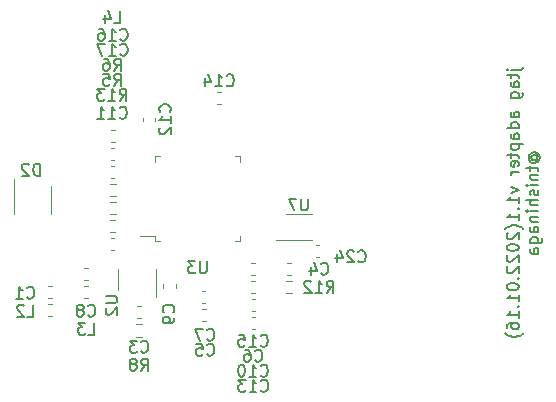
<source format=gbo>
G04 #@! TF.GenerationSoftware,KiCad,Pcbnew,(5.1.10-1-10_14)*
G04 #@! TF.CreationDate,2022-01-16T16:12:51+09:00*
G04 #@! TF.ProjectId,ft2232_jtag_tap,66743232-3332-45f6-9a74-61675f746170,rev?*
G04 #@! TF.SameCoordinates,Original*
G04 #@! TF.FileFunction,Legend,Bot*
G04 #@! TF.FilePolarity,Positive*
%FSLAX46Y46*%
G04 Gerber Fmt 4.6, Leading zero omitted, Abs format (unit mm)*
G04 Created by KiCad (PCBNEW (5.1.10-1-10_14)) date 2022-01-16 16:12:51*
%MOMM*%
%LPD*%
G01*
G04 APERTURE LIST*
%ADD10C,0.150000*%
%ADD11C,0.120000*%
G04 APERTURE END LIST*
D10*
X93448714Y-106038476D02*
X94305857Y-106038476D01*
X94401095Y-105990857D01*
X94448714Y-105895619D01*
X94448714Y-105848000D01*
X93115380Y-106038476D02*
X93163000Y-105990857D01*
X93210619Y-106038476D01*
X93163000Y-106086095D01*
X93115380Y-106038476D01*
X93210619Y-106038476D01*
X93448714Y-106371809D02*
X93448714Y-106752761D01*
X93115380Y-106514666D02*
X93972523Y-106514666D01*
X94067761Y-106562285D01*
X94115380Y-106657523D01*
X94115380Y-106752761D01*
X94115380Y-107514666D02*
X93591571Y-107514666D01*
X93496333Y-107467047D01*
X93448714Y-107371809D01*
X93448714Y-107181333D01*
X93496333Y-107086095D01*
X94067761Y-107514666D02*
X94115380Y-107419428D01*
X94115380Y-107181333D01*
X94067761Y-107086095D01*
X93972523Y-107038476D01*
X93877285Y-107038476D01*
X93782047Y-107086095D01*
X93734428Y-107181333D01*
X93734428Y-107419428D01*
X93686809Y-107514666D01*
X93448714Y-108419428D02*
X94258238Y-108419428D01*
X94353476Y-108371809D01*
X94401095Y-108324190D01*
X94448714Y-108228952D01*
X94448714Y-108086095D01*
X94401095Y-107990857D01*
X94067761Y-108419428D02*
X94115380Y-108324190D01*
X94115380Y-108133714D01*
X94067761Y-108038476D01*
X94020142Y-107990857D01*
X93924904Y-107943238D01*
X93639190Y-107943238D01*
X93543952Y-107990857D01*
X93496333Y-108038476D01*
X93448714Y-108133714D01*
X93448714Y-108324190D01*
X93496333Y-108419428D01*
X94115380Y-110086095D02*
X93591571Y-110086095D01*
X93496333Y-110038476D01*
X93448714Y-109943238D01*
X93448714Y-109752761D01*
X93496333Y-109657523D01*
X94067761Y-110086095D02*
X94115380Y-109990857D01*
X94115380Y-109752761D01*
X94067761Y-109657523D01*
X93972523Y-109609904D01*
X93877285Y-109609904D01*
X93782047Y-109657523D01*
X93734428Y-109752761D01*
X93734428Y-109990857D01*
X93686809Y-110086095D01*
X94115380Y-110990857D02*
X93115380Y-110990857D01*
X94067761Y-110990857D02*
X94115380Y-110895619D01*
X94115380Y-110705142D01*
X94067761Y-110609904D01*
X94020142Y-110562285D01*
X93924904Y-110514666D01*
X93639190Y-110514666D01*
X93543952Y-110562285D01*
X93496333Y-110609904D01*
X93448714Y-110705142D01*
X93448714Y-110895619D01*
X93496333Y-110990857D01*
X94115380Y-111895619D02*
X93591571Y-111895619D01*
X93496333Y-111848000D01*
X93448714Y-111752761D01*
X93448714Y-111562285D01*
X93496333Y-111467047D01*
X94067761Y-111895619D02*
X94115380Y-111800380D01*
X94115380Y-111562285D01*
X94067761Y-111467047D01*
X93972523Y-111419428D01*
X93877285Y-111419428D01*
X93782047Y-111467047D01*
X93734428Y-111562285D01*
X93734428Y-111800380D01*
X93686809Y-111895619D01*
X93448714Y-112371809D02*
X94448714Y-112371809D01*
X93496333Y-112371809D02*
X93448714Y-112467047D01*
X93448714Y-112657523D01*
X93496333Y-112752761D01*
X93543952Y-112800380D01*
X93639190Y-112848000D01*
X93924904Y-112848000D01*
X94020142Y-112800380D01*
X94067761Y-112752761D01*
X94115380Y-112657523D01*
X94115380Y-112467047D01*
X94067761Y-112371809D01*
X93448714Y-113133714D02*
X93448714Y-113514666D01*
X93115380Y-113276571D02*
X93972523Y-113276571D01*
X94067761Y-113324190D01*
X94115380Y-113419428D01*
X94115380Y-113514666D01*
X94067761Y-114228952D02*
X94115380Y-114133714D01*
X94115380Y-113943238D01*
X94067761Y-113848000D01*
X93972523Y-113800380D01*
X93591571Y-113800380D01*
X93496333Y-113848000D01*
X93448714Y-113943238D01*
X93448714Y-114133714D01*
X93496333Y-114228952D01*
X93591571Y-114276571D01*
X93686809Y-114276571D01*
X93782047Y-113800380D01*
X94115380Y-114705142D02*
X93448714Y-114705142D01*
X93639190Y-114705142D02*
X93543952Y-114752761D01*
X93496333Y-114800380D01*
X93448714Y-114895619D01*
X93448714Y-114990857D01*
X93448714Y-115990857D02*
X94115380Y-116228952D01*
X93448714Y-116467047D01*
X94115380Y-117371809D02*
X94115380Y-116800380D01*
X94115380Y-117086095D02*
X93115380Y-117086095D01*
X93258238Y-116990857D01*
X93353476Y-116895619D01*
X93401095Y-116800380D01*
X94020142Y-117800380D02*
X94067761Y-117847999D01*
X94115380Y-117800380D01*
X94067761Y-117752761D01*
X94020142Y-117800380D01*
X94115380Y-117800380D01*
X94115380Y-118800380D02*
X94115380Y-118228952D01*
X94115380Y-118514666D02*
X93115380Y-118514666D01*
X93258238Y-118419428D01*
X93353476Y-118324190D01*
X93401095Y-118228952D01*
X94496333Y-119514666D02*
X94448714Y-119467047D01*
X94305857Y-119371809D01*
X94210619Y-119324190D01*
X94067761Y-119276571D01*
X93829666Y-119228952D01*
X93639190Y-119228952D01*
X93401095Y-119276571D01*
X93258238Y-119324190D01*
X93163000Y-119371809D01*
X93020142Y-119467047D01*
X92972523Y-119514666D01*
X93210619Y-119847999D02*
X93163000Y-119895619D01*
X93115380Y-119990857D01*
X93115380Y-120228952D01*
X93163000Y-120324190D01*
X93210619Y-120371809D01*
X93305857Y-120419428D01*
X93401095Y-120419428D01*
X93543952Y-120371809D01*
X94115380Y-119800380D01*
X94115380Y-120419428D01*
X93115380Y-121038476D02*
X93115380Y-121133714D01*
X93163000Y-121228952D01*
X93210619Y-121276571D01*
X93305857Y-121324190D01*
X93496333Y-121371809D01*
X93734428Y-121371809D01*
X93924904Y-121324190D01*
X94020142Y-121276571D01*
X94067761Y-121228952D01*
X94115380Y-121133714D01*
X94115380Y-121038476D01*
X94067761Y-120943238D01*
X94020142Y-120895619D01*
X93924904Y-120847999D01*
X93734428Y-120800380D01*
X93496333Y-120800380D01*
X93305857Y-120847999D01*
X93210619Y-120895619D01*
X93163000Y-120943238D01*
X93115380Y-121038476D01*
X93210619Y-121752761D02*
X93163000Y-121800380D01*
X93115380Y-121895619D01*
X93115380Y-122133714D01*
X93163000Y-122228952D01*
X93210619Y-122276571D01*
X93305857Y-122324190D01*
X93401095Y-122324190D01*
X93543952Y-122276571D01*
X94115380Y-121705142D01*
X94115380Y-122324190D01*
X93210619Y-122705142D02*
X93163000Y-122752761D01*
X93115380Y-122847999D01*
X93115380Y-123086095D01*
X93163000Y-123181333D01*
X93210619Y-123228952D01*
X93305857Y-123276571D01*
X93401095Y-123276571D01*
X93543952Y-123228952D01*
X94115380Y-122657523D01*
X94115380Y-123276571D01*
X94020142Y-123705142D02*
X94067761Y-123752761D01*
X94115380Y-123705142D01*
X94067761Y-123657523D01*
X94020142Y-123705142D01*
X94115380Y-123705142D01*
X93115380Y-124371809D02*
X93115380Y-124467047D01*
X93163000Y-124562285D01*
X93210619Y-124609904D01*
X93305857Y-124657523D01*
X93496333Y-124705142D01*
X93734428Y-124705142D01*
X93924904Y-124657523D01*
X94020142Y-124609904D01*
X94067761Y-124562285D01*
X94115380Y-124467047D01*
X94115380Y-124371809D01*
X94067761Y-124276571D01*
X94020142Y-124228952D01*
X93924904Y-124181333D01*
X93734428Y-124133714D01*
X93496333Y-124133714D01*
X93305857Y-124181333D01*
X93210619Y-124228952D01*
X93163000Y-124276571D01*
X93115380Y-124371809D01*
X94115380Y-125657523D02*
X94115380Y-125086095D01*
X94115380Y-125371809D02*
X93115380Y-125371809D01*
X93258238Y-125276571D01*
X93353476Y-125181333D01*
X93401095Y-125086095D01*
X94020142Y-126086095D02*
X94067761Y-126133714D01*
X94115380Y-126086095D01*
X94067761Y-126038476D01*
X94020142Y-126086095D01*
X94115380Y-126086095D01*
X94115380Y-127086095D02*
X94115380Y-126514666D01*
X94115380Y-126800380D02*
X93115380Y-126800380D01*
X93258238Y-126705142D01*
X93353476Y-126609904D01*
X93401095Y-126514666D01*
X93115380Y-127943238D02*
X93115380Y-127752761D01*
X93163000Y-127657523D01*
X93210619Y-127609904D01*
X93353476Y-127514666D01*
X93543952Y-127467047D01*
X93924904Y-127467047D01*
X94020142Y-127514666D01*
X94067761Y-127562285D01*
X94115380Y-127657523D01*
X94115380Y-127847999D01*
X94067761Y-127943238D01*
X94020142Y-127990857D01*
X93924904Y-128038476D01*
X93686809Y-128038476D01*
X93591571Y-127990857D01*
X93543952Y-127943238D01*
X93496333Y-127847999D01*
X93496333Y-127657523D01*
X93543952Y-127562285D01*
X93591571Y-127514666D01*
X93686809Y-127467047D01*
X94496333Y-128371809D02*
X94448714Y-128419428D01*
X94305857Y-128514666D01*
X94210619Y-128562285D01*
X94067761Y-128609904D01*
X93829666Y-128657523D01*
X93639190Y-128657523D01*
X93401095Y-128609904D01*
X93258238Y-128562285D01*
X93163000Y-128514666D01*
X93020142Y-128419428D01*
X92972523Y-128371809D01*
X95289190Y-113681333D02*
X95241571Y-113633714D01*
X95193952Y-113538476D01*
X95193952Y-113443238D01*
X95241571Y-113348000D01*
X95289190Y-113300380D01*
X95384428Y-113252761D01*
X95479666Y-113252761D01*
X95574904Y-113300380D01*
X95622523Y-113348000D01*
X95670142Y-113443238D01*
X95670142Y-113538476D01*
X95622523Y-113633714D01*
X95574904Y-113681333D01*
X95193952Y-113681333D02*
X95574904Y-113681333D01*
X95622523Y-113728952D01*
X95622523Y-113776571D01*
X95574904Y-113871809D01*
X95479666Y-113919428D01*
X95241571Y-113919428D01*
X95098714Y-113824190D01*
X95003476Y-113681333D01*
X94955857Y-113490857D01*
X95003476Y-113300380D01*
X95098714Y-113157523D01*
X95241571Y-113062285D01*
X95432047Y-113014666D01*
X95622523Y-113062285D01*
X95765380Y-113157523D01*
X95860619Y-113300380D01*
X95908238Y-113490857D01*
X95860619Y-113681333D01*
X95765380Y-113824190D01*
X95098714Y-114205142D02*
X95098714Y-114586095D01*
X94765380Y-114348000D02*
X95622523Y-114348000D01*
X95717761Y-114395619D01*
X95765380Y-114490857D01*
X95765380Y-114586095D01*
X95098714Y-114919428D02*
X95765380Y-114919428D01*
X95193952Y-114919428D02*
X95146333Y-114967047D01*
X95098714Y-115062285D01*
X95098714Y-115205142D01*
X95146333Y-115300380D01*
X95241571Y-115348000D01*
X95765380Y-115348000D01*
X95765380Y-115824190D02*
X95098714Y-115824190D01*
X94765380Y-115824190D02*
X94813000Y-115776571D01*
X94860619Y-115824190D01*
X94813000Y-115871809D01*
X94765380Y-115824190D01*
X94860619Y-115824190D01*
X95717761Y-116252761D02*
X95765380Y-116348000D01*
X95765380Y-116538476D01*
X95717761Y-116633714D01*
X95622523Y-116681333D01*
X95574904Y-116681333D01*
X95479666Y-116633714D01*
X95432047Y-116538476D01*
X95432047Y-116395619D01*
X95384428Y-116300380D01*
X95289190Y-116252761D01*
X95241571Y-116252761D01*
X95146333Y-116300380D01*
X95098714Y-116395619D01*
X95098714Y-116538476D01*
X95146333Y-116633714D01*
X95765380Y-117109904D02*
X94765380Y-117109904D01*
X95765380Y-117538476D02*
X95241571Y-117538476D01*
X95146333Y-117490857D01*
X95098714Y-117395619D01*
X95098714Y-117252761D01*
X95146333Y-117157523D01*
X95193952Y-117109904D01*
X95765380Y-118014666D02*
X95098714Y-118014666D01*
X94765380Y-118014666D02*
X94813000Y-117967047D01*
X94860619Y-118014666D01*
X94813000Y-118062285D01*
X94765380Y-118014666D01*
X94860619Y-118014666D01*
X95098714Y-118490857D02*
X95765380Y-118490857D01*
X95193952Y-118490857D02*
X95146333Y-118538476D01*
X95098714Y-118633714D01*
X95098714Y-118776571D01*
X95146333Y-118871809D01*
X95241571Y-118919428D01*
X95765380Y-118919428D01*
X95765380Y-119824190D02*
X95241571Y-119824190D01*
X95146333Y-119776571D01*
X95098714Y-119681333D01*
X95098714Y-119490857D01*
X95146333Y-119395619D01*
X95717761Y-119824190D02*
X95765380Y-119728952D01*
X95765380Y-119490857D01*
X95717761Y-119395619D01*
X95622523Y-119348000D01*
X95527285Y-119348000D01*
X95432047Y-119395619D01*
X95384428Y-119490857D01*
X95384428Y-119728952D01*
X95336809Y-119824190D01*
X95098714Y-120728952D02*
X95908238Y-120728952D01*
X96003476Y-120681333D01*
X96051095Y-120633714D01*
X96098714Y-120538476D01*
X96098714Y-120395619D01*
X96051095Y-120300380D01*
X95717761Y-120728952D02*
X95765380Y-120633714D01*
X95765380Y-120443238D01*
X95717761Y-120348000D01*
X95670142Y-120300380D01*
X95574904Y-120252761D01*
X95289190Y-120252761D01*
X95193952Y-120300380D01*
X95146333Y-120348000D01*
X95098714Y-120443238D01*
X95098714Y-120633714D01*
X95146333Y-120728952D01*
X95765380Y-121633714D02*
X95241571Y-121633714D01*
X95146333Y-121586095D01*
X95098714Y-121490857D01*
X95098714Y-121300380D01*
X95146333Y-121205142D01*
X95717761Y-121633714D02*
X95765380Y-121538476D01*
X95765380Y-121300380D01*
X95717761Y-121205142D01*
X95622523Y-121157523D01*
X95527285Y-121157523D01*
X95432047Y-121205142D01*
X95384428Y-121300380D01*
X95384428Y-121538476D01*
X95336809Y-121633714D01*
D11*
X76582000Y-118228000D02*
X74382000Y-118228000D01*
X76582000Y-120428000D02*
X73582000Y-120428000D01*
X76959420Y-121868000D02*
X77240580Y-121868000D01*
X76959420Y-120848000D02*
X77240580Y-120848000D01*
X68880580Y-107920000D02*
X68599420Y-107920000D01*
X68880580Y-108940000D02*
X68599420Y-108940000D01*
X63310000Y-120140000D02*
X62020000Y-120140000D01*
X63310000Y-120590000D02*
X63310000Y-120140000D01*
X63760000Y-120590000D02*
X63310000Y-120590000D01*
X70530000Y-120590000D02*
X70530000Y-120140000D01*
X70080000Y-120590000D02*
X70530000Y-120590000D01*
X63310000Y-113370000D02*
X63310000Y-113820000D01*
X63760000Y-113370000D02*
X63310000Y-113370000D01*
X70530000Y-113370000D02*
X70530000Y-113820000D01*
X70080000Y-113370000D02*
X70530000Y-113370000D01*
X63420000Y-122880000D02*
X63420000Y-125330000D01*
X60200000Y-124680000D02*
X60200000Y-122880000D01*
X59967258Y-119802500D02*
X59492742Y-119802500D01*
X59967258Y-118757500D02*
X59492742Y-118757500D01*
X74897258Y-124942500D02*
X74422742Y-124942500D01*
X74897258Y-123897500D02*
X74422742Y-123897500D01*
X59902779Y-112170000D02*
X59577221Y-112170000D01*
X59902779Y-111150000D02*
X59577221Y-111150000D01*
X62227258Y-127597500D02*
X61752742Y-127597500D01*
X62227258Y-128642500D02*
X61752742Y-128642500D01*
X59977258Y-115717500D02*
X59502742Y-115717500D01*
X59977258Y-116762500D02*
X59502742Y-116762500D01*
X59977258Y-117237500D02*
X59502742Y-117237500D01*
X59977258Y-118282500D02*
X59502742Y-118282500D01*
X57652779Y-124320000D02*
X57327221Y-124320000D01*
X57652779Y-125340000D02*
X57327221Y-125340000D01*
X54612779Y-125860000D02*
X54287221Y-125860000D01*
X54612779Y-126880000D02*
X54287221Y-126880000D01*
X54480000Y-115890000D02*
X54480000Y-118290000D01*
X51380000Y-118290000D02*
X51380000Y-115340000D01*
X59880580Y-114200000D02*
X59599420Y-114200000D01*
X59880580Y-115220000D02*
X59599420Y-115220000D01*
X59880580Y-112670000D02*
X59599420Y-112670000D01*
X59880580Y-113690000D02*
X59599420Y-113690000D01*
X71479420Y-123400000D02*
X71760580Y-123400000D01*
X71479420Y-122380000D02*
X71760580Y-122380000D01*
X71493420Y-127976000D02*
X71774580Y-127976000D01*
X71493420Y-126956000D02*
X71774580Y-126956000D01*
X63290000Y-110390580D02*
X63290000Y-110109420D01*
X62270000Y-110390580D02*
X62270000Y-110109420D01*
X59870580Y-120290000D02*
X59589420Y-120290000D01*
X59870580Y-121310000D02*
X59589420Y-121310000D01*
X71493420Y-126456000D02*
X71774580Y-126456000D01*
X71493420Y-125436000D02*
X71774580Y-125436000D01*
X64040000Y-124229420D02*
X64040000Y-124510580D01*
X65060000Y-124229420D02*
X65060000Y-124510580D01*
X57630580Y-122800000D02*
X57349420Y-122800000D01*
X57630580Y-123820000D02*
X57349420Y-123820000D01*
X67590580Y-124790000D02*
X67309420Y-124790000D01*
X67590580Y-125810000D02*
X67309420Y-125810000D01*
X71479420Y-124920000D02*
X71760580Y-124920000D01*
X71479420Y-123900000D02*
X71760580Y-123900000D01*
X67600580Y-126310000D02*
X67319420Y-126310000D01*
X67600580Y-127330000D02*
X67319420Y-127330000D01*
X74800580Y-122380000D02*
X74519420Y-122380000D01*
X74800580Y-123400000D02*
X74519420Y-123400000D01*
X61829420Y-127070000D02*
X62110580Y-127070000D01*
X61829420Y-126050000D02*
X62110580Y-126050000D01*
X54299420Y-125340000D02*
X54580580Y-125340000D01*
X54299420Y-124320000D02*
X54580580Y-124320000D01*
D10*
X76243904Y-116952380D02*
X76243904Y-117761904D01*
X76196285Y-117857142D01*
X76148666Y-117904761D01*
X76053428Y-117952380D01*
X75862952Y-117952380D01*
X75767714Y-117904761D01*
X75720095Y-117857142D01*
X75672476Y-117761904D01*
X75672476Y-116952380D01*
X75291523Y-116952380D02*
X74624857Y-116952380D01*
X75053428Y-117952380D01*
X80542857Y-122257142D02*
X80590476Y-122304761D01*
X80733333Y-122352380D01*
X80828571Y-122352380D01*
X80971428Y-122304761D01*
X81066666Y-122209523D01*
X81114285Y-122114285D01*
X81161904Y-121923809D01*
X81161904Y-121780952D01*
X81114285Y-121590476D01*
X81066666Y-121495238D01*
X80971428Y-121400000D01*
X80828571Y-121352380D01*
X80733333Y-121352380D01*
X80590476Y-121400000D01*
X80542857Y-121447619D01*
X80161904Y-121447619D02*
X80114285Y-121400000D01*
X80019047Y-121352380D01*
X79780952Y-121352380D01*
X79685714Y-121400000D01*
X79638095Y-121447619D01*
X79590476Y-121542857D01*
X79590476Y-121638095D01*
X79638095Y-121780952D01*
X80209523Y-122352380D01*
X79590476Y-122352380D01*
X78733333Y-121685714D02*
X78733333Y-122352380D01*
X78971428Y-121304761D02*
X79209523Y-122019047D01*
X78590476Y-122019047D01*
X69382857Y-107357142D02*
X69430476Y-107404761D01*
X69573333Y-107452380D01*
X69668571Y-107452380D01*
X69811428Y-107404761D01*
X69906666Y-107309523D01*
X69954285Y-107214285D01*
X70001904Y-107023809D01*
X70001904Y-106880952D01*
X69954285Y-106690476D01*
X69906666Y-106595238D01*
X69811428Y-106500000D01*
X69668571Y-106452380D01*
X69573333Y-106452380D01*
X69430476Y-106500000D01*
X69382857Y-106547619D01*
X68430476Y-107452380D02*
X69001904Y-107452380D01*
X68716190Y-107452380D02*
X68716190Y-106452380D01*
X68811428Y-106595238D01*
X68906666Y-106690476D01*
X69001904Y-106738095D01*
X67573333Y-106785714D02*
X67573333Y-107452380D01*
X67811428Y-106404761D02*
X68049523Y-107119047D01*
X67430476Y-107119047D01*
X67681904Y-122282380D02*
X67681904Y-123091904D01*
X67634285Y-123187142D01*
X67586666Y-123234761D01*
X67491428Y-123282380D01*
X67300952Y-123282380D01*
X67205714Y-123234761D01*
X67158095Y-123187142D01*
X67110476Y-123091904D01*
X67110476Y-122282380D01*
X66729523Y-122282380D02*
X66110476Y-122282380D01*
X66443809Y-122663333D01*
X66300952Y-122663333D01*
X66205714Y-122710952D01*
X66158095Y-122758571D01*
X66110476Y-122853809D01*
X66110476Y-123091904D01*
X66158095Y-123187142D01*
X66205714Y-123234761D01*
X66300952Y-123282380D01*
X66586666Y-123282380D01*
X66681904Y-123234761D01*
X66729523Y-123187142D01*
X59142380Y-125222095D02*
X59951904Y-125222095D01*
X60047142Y-125269714D01*
X60094761Y-125317333D01*
X60142380Y-125412571D01*
X60142380Y-125603047D01*
X60094761Y-125698285D01*
X60047142Y-125745904D01*
X59951904Y-125793523D01*
X59142380Y-125793523D01*
X59237619Y-126222095D02*
X59190000Y-126269714D01*
X59142380Y-126364952D01*
X59142380Y-126603047D01*
X59190000Y-126698285D01*
X59237619Y-126745904D01*
X59332857Y-126793523D01*
X59428095Y-126793523D01*
X59570952Y-126745904D01*
X60142380Y-126174476D01*
X60142380Y-126793523D01*
X60332857Y-108656380D02*
X60666190Y-108180190D01*
X60904285Y-108656380D02*
X60904285Y-107656380D01*
X60523333Y-107656380D01*
X60428095Y-107704000D01*
X60380476Y-107751619D01*
X60332857Y-107846857D01*
X60332857Y-107989714D01*
X60380476Y-108084952D01*
X60428095Y-108132571D01*
X60523333Y-108180190D01*
X60904285Y-108180190D01*
X59380476Y-108656380D02*
X59951904Y-108656380D01*
X59666190Y-108656380D02*
X59666190Y-107656380D01*
X59761428Y-107799238D01*
X59856666Y-107894476D01*
X59951904Y-107942095D01*
X59047142Y-107656380D02*
X58428095Y-107656380D01*
X58761428Y-108037333D01*
X58618571Y-108037333D01*
X58523333Y-108084952D01*
X58475714Y-108132571D01*
X58428095Y-108227809D01*
X58428095Y-108465904D01*
X58475714Y-108561142D01*
X58523333Y-108608761D01*
X58618571Y-108656380D01*
X58904285Y-108656380D01*
X58999523Y-108608761D01*
X59047142Y-108561142D01*
X77858857Y-124912380D02*
X78192190Y-124436190D01*
X78430285Y-124912380D02*
X78430285Y-123912380D01*
X78049333Y-123912380D01*
X77954095Y-123960000D01*
X77906476Y-124007619D01*
X77858857Y-124102857D01*
X77858857Y-124245714D01*
X77906476Y-124340952D01*
X77954095Y-124388571D01*
X78049333Y-124436190D01*
X78430285Y-124436190D01*
X76906476Y-124912380D02*
X77477904Y-124912380D01*
X77192190Y-124912380D02*
X77192190Y-123912380D01*
X77287428Y-124055238D01*
X77382666Y-124150476D01*
X77477904Y-124198095D01*
X76525523Y-124007619D02*
X76477904Y-123960000D01*
X76382666Y-123912380D01*
X76144571Y-123912380D01*
X76049333Y-123960000D01*
X76001714Y-124007619D01*
X75954095Y-124102857D01*
X75954095Y-124198095D01*
X76001714Y-124340952D01*
X76573142Y-124912380D01*
X75954095Y-124912380D01*
X59856666Y-102052380D02*
X60332857Y-102052380D01*
X60332857Y-101052380D01*
X59094761Y-101385714D02*
X59094761Y-102052380D01*
X59332857Y-101004761D02*
X59570952Y-101719047D01*
X58951904Y-101719047D01*
X62142666Y-131516380D02*
X62476000Y-131040190D01*
X62714095Y-131516380D02*
X62714095Y-130516380D01*
X62333142Y-130516380D01*
X62237904Y-130564000D01*
X62190285Y-130611619D01*
X62142666Y-130706857D01*
X62142666Y-130849714D01*
X62190285Y-130944952D01*
X62237904Y-130992571D01*
X62333142Y-131040190D01*
X62714095Y-131040190D01*
X61571238Y-130944952D02*
X61666476Y-130897333D01*
X61714095Y-130849714D01*
X61761714Y-130754476D01*
X61761714Y-130706857D01*
X61714095Y-130611619D01*
X61666476Y-130564000D01*
X61571238Y-130516380D01*
X61380761Y-130516380D01*
X61285523Y-130564000D01*
X61237904Y-130611619D01*
X61190285Y-130706857D01*
X61190285Y-130754476D01*
X61237904Y-130849714D01*
X61285523Y-130897333D01*
X61380761Y-130944952D01*
X61571238Y-130944952D01*
X61666476Y-130992571D01*
X61714095Y-131040190D01*
X61761714Y-131135428D01*
X61761714Y-131325904D01*
X61714095Y-131421142D01*
X61666476Y-131468761D01*
X61571238Y-131516380D01*
X61380761Y-131516380D01*
X61285523Y-131468761D01*
X61237904Y-131421142D01*
X61190285Y-131325904D01*
X61190285Y-131135428D01*
X61237904Y-131040190D01*
X61285523Y-130992571D01*
X61380761Y-130944952D01*
X59856666Y-106116380D02*
X60190000Y-105640190D01*
X60428095Y-106116380D02*
X60428095Y-105116380D01*
X60047142Y-105116380D01*
X59951904Y-105164000D01*
X59904285Y-105211619D01*
X59856666Y-105306857D01*
X59856666Y-105449714D01*
X59904285Y-105544952D01*
X59951904Y-105592571D01*
X60047142Y-105640190D01*
X60428095Y-105640190D01*
X58999523Y-105116380D02*
X59190000Y-105116380D01*
X59285238Y-105164000D01*
X59332857Y-105211619D01*
X59428095Y-105354476D01*
X59475714Y-105544952D01*
X59475714Y-105925904D01*
X59428095Y-106021142D01*
X59380476Y-106068761D01*
X59285238Y-106116380D01*
X59094761Y-106116380D01*
X58999523Y-106068761D01*
X58951904Y-106021142D01*
X58904285Y-105925904D01*
X58904285Y-105687809D01*
X58951904Y-105592571D01*
X58999523Y-105544952D01*
X59094761Y-105497333D01*
X59285238Y-105497333D01*
X59380476Y-105544952D01*
X59428095Y-105592571D01*
X59475714Y-105687809D01*
X59856666Y-107386380D02*
X60190000Y-106910190D01*
X60428095Y-107386380D02*
X60428095Y-106386380D01*
X60047142Y-106386380D01*
X59951904Y-106434000D01*
X59904285Y-106481619D01*
X59856666Y-106576857D01*
X59856666Y-106719714D01*
X59904285Y-106814952D01*
X59951904Y-106862571D01*
X60047142Y-106910190D01*
X60428095Y-106910190D01*
X58951904Y-106386380D02*
X59428095Y-106386380D01*
X59475714Y-106862571D01*
X59428095Y-106814952D01*
X59332857Y-106767333D01*
X59094761Y-106767333D01*
X58999523Y-106814952D01*
X58951904Y-106862571D01*
X58904285Y-106957809D01*
X58904285Y-107195904D01*
X58951904Y-107291142D01*
X58999523Y-107338761D01*
X59094761Y-107386380D01*
X59332857Y-107386380D01*
X59428095Y-107338761D01*
X59475714Y-107291142D01*
X57656666Y-128468380D02*
X58132857Y-128468380D01*
X58132857Y-127468380D01*
X57418571Y-127468380D02*
X56799523Y-127468380D01*
X57132857Y-127849333D01*
X56990000Y-127849333D01*
X56894761Y-127896952D01*
X56847142Y-127944571D01*
X56799523Y-128039809D01*
X56799523Y-128277904D01*
X56847142Y-128373142D01*
X56894761Y-128420761D01*
X56990000Y-128468380D01*
X57275714Y-128468380D01*
X57370952Y-128420761D01*
X57418571Y-128373142D01*
X52490666Y-126944380D02*
X52966857Y-126944380D01*
X52966857Y-125944380D01*
X52204952Y-126039619D02*
X52157333Y-125992000D01*
X52062095Y-125944380D01*
X51824000Y-125944380D01*
X51728761Y-125992000D01*
X51681142Y-126039619D01*
X51633523Y-126134857D01*
X51633523Y-126230095D01*
X51681142Y-126372952D01*
X52252571Y-126944380D01*
X51633523Y-126944380D01*
X53570095Y-115006380D02*
X53570095Y-114006380D01*
X53332000Y-114006380D01*
X53189142Y-114054000D01*
X53093904Y-114149238D01*
X53046285Y-114244476D01*
X52998666Y-114434952D01*
X52998666Y-114577809D01*
X53046285Y-114768285D01*
X53093904Y-114863523D01*
X53189142Y-114958761D01*
X53332000Y-115006380D01*
X53570095Y-115006380D01*
X52617714Y-114101619D02*
X52570095Y-114054000D01*
X52474857Y-114006380D01*
X52236761Y-114006380D01*
X52141523Y-114054000D01*
X52093904Y-114101619D01*
X52046285Y-114196857D01*
X52046285Y-114292095D01*
X52093904Y-114434952D01*
X52665333Y-115006380D01*
X52046285Y-115006380D01*
X60382857Y-104751142D02*
X60430476Y-104798761D01*
X60573333Y-104846380D01*
X60668571Y-104846380D01*
X60811428Y-104798761D01*
X60906666Y-104703523D01*
X60954285Y-104608285D01*
X61001904Y-104417809D01*
X61001904Y-104274952D01*
X60954285Y-104084476D01*
X60906666Y-103989238D01*
X60811428Y-103894000D01*
X60668571Y-103846380D01*
X60573333Y-103846380D01*
X60430476Y-103894000D01*
X60382857Y-103941619D01*
X59430476Y-104846380D02*
X60001904Y-104846380D01*
X59716190Y-104846380D02*
X59716190Y-103846380D01*
X59811428Y-103989238D01*
X59906666Y-104084476D01*
X60001904Y-104132095D01*
X59097142Y-103846380D02*
X58430476Y-103846380D01*
X58859047Y-104846380D01*
X60382857Y-103481142D02*
X60430476Y-103528761D01*
X60573333Y-103576380D01*
X60668571Y-103576380D01*
X60811428Y-103528761D01*
X60906666Y-103433523D01*
X60954285Y-103338285D01*
X61001904Y-103147809D01*
X61001904Y-103004952D01*
X60954285Y-102814476D01*
X60906666Y-102719238D01*
X60811428Y-102624000D01*
X60668571Y-102576380D01*
X60573333Y-102576380D01*
X60430476Y-102624000D01*
X60382857Y-102671619D01*
X59430476Y-103576380D02*
X60001904Y-103576380D01*
X59716190Y-103576380D02*
X59716190Y-102576380D01*
X59811428Y-102719238D01*
X59906666Y-102814476D01*
X60001904Y-102862095D01*
X58573333Y-102576380D02*
X58763809Y-102576380D01*
X58859047Y-102624000D01*
X58906666Y-102671619D01*
X59001904Y-102814476D01*
X59049523Y-103004952D01*
X59049523Y-103385904D01*
X59001904Y-103481142D01*
X58954285Y-103528761D01*
X58859047Y-103576380D01*
X58668571Y-103576380D01*
X58573333Y-103528761D01*
X58525714Y-103481142D01*
X58478095Y-103385904D01*
X58478095Y-103147809D01*
X58525714Y-103052571D01*
X58573333Y-103004952D01*
X58668571Y-102957333D01*
X58859047Y-102957333D01*
X58954285Y-103004952D01*
X59001904Y-103052571D01*
X59049523Y-103147809D01*
X72262857Y-129389142D02*
X72310476Y-129436761D01*
X72453333Y-129484380D01*
X72548571Y-129484380D01*
X72691428Y-129436761D01*
X72786666Y-129341523D01*
X72834285Y-129246285D01*
X72881904Y-129055809D01*
X72881904Y-128912952D01*
X72834285Y-128722476D01*
X72786666Y-128627238D01*
X72691428Y-128532000D01*
X72548571Y-128484380D01*
X72453333Y-128484380D01*
X72310476Y-128532000D01*
X72262857Y-128579619D01*
X71310476Y-129484380D02*
X71881904Y-129484380D01*
X71596190Y-129484380D02*
X71596190Y-128484380D01*
X71691428Y-128627238D01*
X71786666Y-128722476D01*
X71881904Y-128770095D01*
X70405714Y-128484380D02*
X70881904Y-128484380D01*
X70929523Y-128960571D01*
X70881904Y-128912952D01*
X70786666Y-128865333D01*
X70548571Y-128865333D01*
X70453333Y-128912952D01*
X70405714Y-128960571D01*
X70358095Y-129055809D01*
X70358095Y-129293904D01*
X70405714Y-129389142D01*
X70453333Y-129436761D01*
X70548571Y-129484380D01*
X70786666Y-129484380D01*
X70881904Y-129436761D01*
X70929523Y-129389142D01*
X72276857Y-133199142D02*
X72324476Y-133246761D01*
X72467333Y-133294380D01*
X72562571Y-133294380D01*
X72705428Y-133246761D01*
X72800666Y-133151523D01*
X72848285Y-133056285D01*
X72895904Y-132865809D01*
X72895904Y-132722952D01*
X72848285Y-132532476D01*
X72800666Y-132437238D01*
X72705428Y-132342000D01*
X72562571Y-132294380D01*
X72467333Y-132294380D01*
X72324476Y-132342000D01*
X72276857Y-132389619D01*
X71324476Y-133294380D02*
X71895904Y-133294380D01*
X71610190Y-133294380D02*
X71610190Y-132294380D01*
X71705428Y-132437238D01*
X71800666Y-132532476D01*
X71895904Y-132580095D01*
X70991142Y-132294380D02*
X70372095Y-132294380D01*
X70705428Y-132675333D01*
X70562571Y-132675333D01*
X70467333Y-132722952D01*
X70419714Y-132770571D01*
X70372095Y-132865809D01*
X70372095Y-133103904D01*
X70419714Y-133199142D01*
X70467333Y-133246761D01*
X70562571Y-133294380D01*
X70848285Y-133294380D01*
X70943523Y-133246761D01*
X70991142Y-133199142D01*
X64567142Y-109607142D02*
X64614761Y-109559523D01*
X64662380Y-109416666D01*
X64662380Y-109321428D01*
X64614761Y-109178571D01*
X64519523Y-109083333D01*
X64424285Y-109035714D01*
X64233809Y-108988095D01*
X64090952Y-108988095D01*
X63900476Y-109035714D01*
X63805238Y-109083333D01*
X63710000Y-109178571D01*
X63662380Y-109321428D01*
X63662380Y-109416666D01*
X63710000Y-109559523D01*
X63757619Y-109607142D01*
X64662380Y-110559523D02*
X64662380Y-109988095D01*
X64662380Y-110273809D02*
X63662380Y-110273809D01*
X63805238Y-110178571D01*
X63900476Y-110083333D01*
X63948095Y-109988095D01*
X63757619Y-110940476D02*
X63710000Y-110988095D01*
X63662380Y-111083333D01*
X63662380Y-111321428D01*
X63710000Y-111416666D01*
X63757619Y-111464285D01*
X63852857Y-111511904D01*
X63948095Y-111511904D01*
X64090952Y-111464285D01*
X64662380Y-110892857D01*
X64662380Y-111511904D01*
X60332857Y-110085142D02*
X60380476Y-110132761D01*
X60523333Y-110180380D01*
X60618571Y-110180380D01*
X60761428Y-110132761D01*
X60856666Y-110037523D01*
X60904285Y-109942285D01*
X60951904Y-109751809D01*
X60951904Y-109608952D01*
X60904285Y-109418476D01*
X60856666Y-109323238D01*
X60761428Y-109228000D01*
X60618571Y-109180380D01*
X60523333Y-109180380D01*
X60380476Y-109228000D01*
X60332857Y-109275619D01*
X59380476Y-110180380D02*
X59951904Y-110180380D01*
X59666190Y-110180380D02*
X59666190Y-109180380D01*
X59761428Y-109323238D01*
X59856666Y-109418476D01*
X59951904Y-109466095D01*
X58428095Y-110180380D02*
X58999523Y-110180380D01*
X58713809Y-110180380D02*
X58713809Y-109180380D01*
X58809047Y-109323238D01*
X58904285Y-109418476D01*
X58999523Y-109466095D01*
X72270857Y-131929142D02*
X72318476Y-131976761D01*
X72461333Y-132024380D01*
X72556571Y-132024380D01*
X72699428Y-131976761D01*
X72794666Y-131881523D01*
X72842285Y-131786285D01*
X72889904Y-131595809D01*
X72889904Y-131452952D01*
X72842285Y-131262476D01*
X72794666Y-131167238D01*
X72699428Y-131072000D01*
X72556571Y-131024380D01*
X72461333Y-131024380D01*
X72318476Y-131072000D01*
X72270857Y-131119619D01*
X71318476Y-132024380D02*
X71889904Y-132024380D01*
X71604190Y-132024380D02*
X71604190Y-131024380D01*
X71699428Y-131167238D01*
X71794666Y-131262476D01*
X71889904Y-131310095D01*
X70699428Y-131024380D02*
X70604190Y-131024380D01*
X70508952Y-131072000D01*
X70461333Y-131119619D01*
X70413714Y-131214857D01*
X70366095Y-131405333D01*
X70366095Y-131643428D01*
X70413714Y-131833904D01*
X70461333Y-131929142D01*
X70508952Y-131976761D01*
X70604190Y-132024380D01*
X70699428Y-132024380D01*
X70794666Y-131976761D01*
X70842285Y-131929142D01*
X70889904Y-131833904D01*
X70937523Y-131643428D01*
X70937523Y-131405333D01*
X70889904Y-131214857D01*
X70842285Y-131119619D01*
X70794666Y-131072000D01*
X70699428Y-131024380D01*
X64873142Y-126579333D02*
X64920761Y-126531714D01*
X64968380Y-126388857D01*
X64968380Y-126293619D01*
X64920761Y-126150761D01*
X64825523Y-126055523D01*
X64730285Y-126007904D01*
X64539809Y-125960285D01*
X64396952Y-125960285D01*
X64206476Y-126007904D01*
X64111238Y-126055523D01*
X64016000Y-126150761D01*
X63968380Y-126293619D01*
X63968380Y-126388857D01*
X64016000Y-126531714D01*
X64063619Y-126579333D01*
X64968380Y-127055523D02*
X64968380Y-127246000D01*
X64920761Y-127341238D01*
X64873142Y-127388857D01*
X64730285Y-127484095D01*
X64539809Y-127531714D01*
X64158857Y-127531714D01*
X64063619Y-127484095D01*
X64016000Y-127436476D01*
X63968380Y-127341238D01*
X63968380Y-127150761D01*
X64016000Y-127055523D01*
X64063619Y-127007904D01*
X64158857Y-126960285D01*
X64396952Y-126960285D01*
X64492190Y-127007904D01*
X64539809Y-127055523D01*
X64587428Y-127150761D01*
X64587428Y-127341238D01*
X64539809Y-127436476D01*
X64492190Y-127484095D01*
X64396952Y-127531714D01*
X57656666Y-126849142D02*
X57704285Y-126896761D01*
X57847142Y-126944380D01*
X57942380Y-126944380D01*
X58085238Y-126896761D01*
X58180476Y-126801523D01*
X58228095Y-126706285D01*
X58275714Y-126515809D01*
X58275714Y-126372952D01*
X58228095Y-126182476D01*
X58180476Y-126087238D01*
X58085238Y-125992000D01*
X57942380Y-125944380D01*
X57847142Y-125944380D01*
X57704285Y-125992000D01*
X57656666Y-126039619D01*
X57085238Y-126372952D02*
X57180476Y-126325333D01*
X57228095Y-126277714D01*
X57275714Y-126182476D01*
X57275714Y-126134857D01*
X57228095Y-126039619D01*
X57180476Y-125992000D01*
X57085238Y-125944380D01*
X56894761Y-125944380D01*
X56799523Y-125992000D01*
X56751904Y-126039619D01*
X56704285Y-126134857D01*
X56704285Y-126182476D01*
X56751904Y-126277714D01*
X56799523Y-126325333D01*
X56894761Y-126372952D01*
X57085238Y-126372952D01*
X57180476Y-126420571D01*
X57228095Y-126468190D01*
X57275714Y-126563428D01*
X57275714Y-126753904D01*
X57228095Y-126849142D01*
X57180476Y-126896761D01*
X57085238Y-126944380D01*
X56894761Y-126944380D01*
X56799523Y-126896761D01*
X56751904Y-126849142D01*
X56704285Y-126753904D01*
X56704285Y-126563428D01*
X56751904Y-126468190D01*
X56799523Y-126420571D01*
X56894761Y-126372952D01*
X67730666Y-128881142D02*
X67778285Y-128928761D01*
X67921142Y-128976380D01*
X68016380Y-128976380D01*
X68159238Y-128928761D01*
X68254476Y-128833523D01*
X68302095Y-128738285D01*
X68349714Y-128547809D01*
X68349714Y-128404952D01*
X68302095Y-128214476D01*
X68254476Y-128119238D01*
X68159238Y-128024000D01*
X68016380Y-127976380D01*
X67921142Y-127976380D01*
X67778285Y-128024000D01*
X67730666Y-128071619D01*
X67397333Y-127976380D02*
X66730666Y-127976380D01*
X67159238Y-128976380D01*
X71794666Y-130659142D02*
X71842285Y-130706761D01*
X71985142Y-130754380D01*
X72080380Y-130754380D01*
X72223238Y-130706761D01*
X72318476Y-130611523D01*
X72366095Y-130516285D01*
X72413714Y-130325809D01*
X72413714Y-130182952D01*
X72366095Y-129992476D01*
X72318476Y-129897238D01*
X72223238Y-129802000D01*
X72080380Y-129754380D01*
X71985142Y-129754380D01*
X71842285Y-129802000D01*
X71794666Y-129849619D01*
X70937523Y-129754380D02*
X71128000Y-129754380D01*
X71223238Y-129802000D01*
X71270857Y-129849619D01*
X71366095Y-129992476D01*
X71413714Y-130182952D01*
X71413714Y-130563904D01*
X71366095Y-130659142D01*
X71318476Y-130706761D01*
X71223238Y-130754380D01*
X71032761Y-130754380D01*
X70937523Y-130706761D01*
X70889904Y-130659142D01*
X70842285Y-130563904D01*
X70842285Y-130325809D01*
X70889904Y-130230571D01*
X70937523Y-130182952D01*
X71032761Y-130135333D01*
X71223238Y-130135333D01*
X71318476Y-130182952D01*
X71366095Y-130230571D01*
X71413714Y-130325809D01*
X67730666Y-130151142D02*
X67778285Y-130198761D01*
X67921142Y-130246380D01*
X68016380Y-130246380D01*
X68159238Y-130198761D01*
X68254476Y-130103523D01*
X68302095Y-130008285D01*
X68349714Y-129817809D01*
X68349714Y-129674952D01*
X68302095Y-129484476D01*
X68254476Y-129389238D01*
X68159238Y-129294000D01*
X68016380Y-129246380D01*
X67921142Y-129246380D01*
X67778285Y-129294000D01*
X67730666Y-129341619D01*
X66825904Y-129246380D02*
X67302095Y-129246380D01*
X67349714Y-129722571D01*
X67302095Y-129674952D01*
X67206857Y-129627333D01*
X66968761Y-129627333D01*
X66873523Y-129674952D01*
X66825904Y-129722571D01*
X66778285Y-129817809D01*
X66778285Y-130055904D01*
X66825904Y-130151142D01*
X66873523Y-130198761D01*
X66968761Y-130246380D01*
X67206857Y-130246380D01*
X67302095Y-130198761D01*
X67349714Y-130151142D01*
X77382666Y-123293142D02*
X77430285Y-123340761D01*
X77573142Y-123388380D01*
X77668380Y-123388380D01*
X77811238Y-123340761D01*
X77906476Y-123245523D01*
X77954095Y-123150285D01*
X78001714Y-122959809D01*
X78001714Y-122816952D01*
X77954095Y-122626476D01*
X77906476Y-122531238D01*
X77811238Y-122436000D01*
X77668380Y-122388380D01*
X77573142Y-122388380D01*
X77430285Y-122436000D01*
X77382666Y-122483619D01*
X76525523Y-122721714D02*
X76525523Y-123388380D01*
X76763619Y-122340761D02*
X77001714Y-123055047D01*
X76382666Y-123055047D01*
X62142666Y-129897142D02*
X62190285Y-129944761D01*
X62333142Y-129992380D01*
X62428380Y-129992380D01*
X62571238Y-129944761D01*
X62666476Y-129849523D01*
X62714095Y-129754285D01*
X62761714Y-129563809D01*
X62761714Y-129420952D01*
X62714095Y-129230476D01*
X62666476Y-129135238D01*
X62571238Y-129040000D01*
X62428380Y-128992380D01*
X62333142Y-128992380D01*
X62190285Y-129040000D01*
X62142666Y-129087619D01*
X61809333Y-128992380D02*
X61190285Y-128992380D01*
X61523619Y-129373333D01*
X61380761Y-129373333D01*
X61285523Y-129420952D01*
X61237904Y-129468571D01*
X61190285Y-129563809D01*
X61190285Y-129801904D01*
X61237904Y-129897142D01*
X61285523Y-129944761D01*
X61380761Y-129992380D01*
X61666476Y-129992380D01*
X61761714Y-129944761D01*
X61809333Y-129897142D01*
X52490666Y-125325142D02*
X52538285Y-125372761D01*
X52681142Y-125420380D01*
X52776380Y-125420380D01*
X52919238Y-125372761D01*
X53014476Y-125277523D01*
X53062095Y-125182285D01*
X53109714Y-124991809D01*
X53109714Y-124848952D01*
X53062095Y-124658476D01*
X53014476Y-124563238D01*
X52919238Y-124468000D01*
X52776380Y-124420380D01*
X52681142Y-124420380D01*
X52538285Y-124468000D01*
X52490666Y-124515619D01*
X51538285Y-125420380D02*
X52109714Y-125420380D01*
X51824000Y-125420380D02*
X51824000Y-124420380D01*
X51919238Y-124563238D01*
X52014476Y-124658476D01*
X52109714Y-124706095D01*
M02*

</source>
